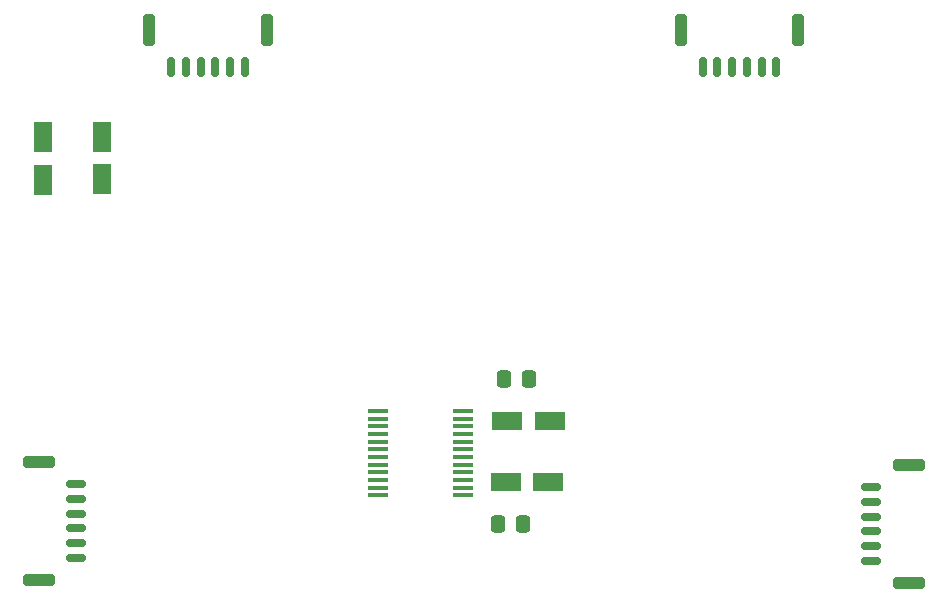
<source format=gbr>
%TF.GenerationSoftware,KiCad,Pcbnew,9.0.1*%
%TF.CreationDate,2025-05-09T11:09:33+02:00*%
%TF.ProjectId,FL-Zetor,464c2d5a-6574-46f7-922e-6b696361645f,rev?*%
%TF.SameCoordinates,Original*%
%TF.FileFunction,Paste,Top*%
%TF.FilePolarity,Positive*%
%FSLAX46Y46*%
G04 Gerber Fmt 4.6, Leading zero omitted, Abs format (unit mm)*
G04 Created by KiCad (PCBNEW 9.0.1) date 2025-05-09 11:09:33*
%MOMM*%
%LPD*%
G01*
G04 APERTURE LIST*
G04 Aperture macros list*
%AMRoundRect*
0 Rectangle with rounded corners*
0 $1 Rounding radius*
0 $2 $3 $4 $5 $6 $7 $8 $9 X,Y pos of 4 corners*
0 Add a 4 corners polygon primitive as box body*
4,1,4,$2,$3,$4,$5,$6,$7,$8,$9,$2,$3,0*
0 Add four circle primitives for the rounded corners*
1,1,$1+$1,$2,$3*
1,1,$1+$1,$4,$5*
1,1,$1+$1,$6,$7*
1,1,$1+$1,$8,$9*
0 Add four rect primitives between the rounded corners*
20,1,$1+$1,$2,$3,$4,$5,0*
20,1,$1+$1,$4,$5,$6,$7,0*
20,1,$1+$1,$6,$7,$8,$9,0*
20,1,$1+$1,$8,$9,$2,$3,0*%
G04 Aperture macros list end*
%ADD10RoundRect,0.250000X-0.337500X-0.475000X0.337500X-0.475000X0.337500X0.475000X-0.337500X0.475000X0*%
%ADD11RoundRect,0.250000X0.550000X-1.050000X0.550000X1.050000X-0.550000X1.050000X-0.550000X-1.050000X0*%
%ADD12RoundRect,0.250000X-1.050000X-0.550000X1.050000X-0.550000X1.050000X0.550000X-1.050000X0.550000X0*%
%ADD13RoundRect,0.150000X0.150000X0.700000X-0.150000X0.700000X-0.150000X-0.700000X0.150000X-0.700000X0*%
%ADD14RoundRect,0.250000X0.250000X1.100000X-0.250000X1.100000X-0.250000X-1.100000X0.250000X-1.100000X0*%
%ADD15RoundRect,0.150000X-0.700000X0.150000X-0.700000X-0.150000X0.700000X-0.150000X0.700000X0.150000X0*%
%ADD16RoundRect,0.250000X-1.100000X0.250000X-1.100000X-0.250000X1.100000X-0.250000X1.100000X0.250000X0*%
%ADD17RoundRect,0.150000X0.700000X-0.150000X0.700000X0.150000X-0.700000X0.150000X-0.700000X-0.150000X0*%
%ADD18RoundRect,0.250000X1.100000X-0.250000X1.100000X0.250000X-1.100000X0.250000X-1.100000X-0.250000X0*%
%ADD19R,1.750000X0.450000*%
G04 APERTURE END LIST*
D10*
%TO.C,C5*%
X151462500Y-112500000D03*
X153537500Y-112500000D03*
%TD*%
D11*
%TO.C,C1*%
X112884479Y-83395357D03*
X112884479Y-79795357D03*
%TD*%
D12*
%TO.C,C4*%
X152210000Y-103815000D03*
X155810000Y-103815000D03*
%TD*%
D13*
%TO.C,J3*%
X174995000Y-73875000D03*
X173745000Y-73875000D03*
X172495000Y-73875000D03*
X171245000Y-73875000D03*
X169995000Y-73875000D03*
X168745000Y-73875000D03*
D14*
X176845000Y-70675000D03*
X166895000Y-70675000D03*
%TD*%
D12*
%TO.C,C6*%
X152070000Y-109000000D03*
X155670000Y-109000000D03*
%TD*%
D10*
%TO.C,C3*%
X151962500Y-100250000D03*
X154037500Y-100250000D03*
%TD*%
D15*
%TO.C,J4*%
X115720000Y-109150000D03*
X115720000Y-110400000D03*
X115720000Y-111650000D03*
X115720000Y-112900000D03*
X115720000Y-114150000D03*
X115720000Y-115400000D03*
D16*
X112520000Y-107300000D03*
X112520000Y-117250000D03*
%TD*%
D11*
%TO.C,C2*%
X117884479Y-83345357D03*
X117884479Y-79745357D03*
%TD*%
D17*
%TO.C,J5*%
X183020000Y-115650000D03*
X183020000Y-114400000D03*
X183020000Y-113150000D03*
X183020000Y-111900000D03*
X183020000Y-110650000D03*
X183020000Y-109400000D03*
D18*
X186220000Y-117500000D03*
X186220000Y-107550000D03*
%TD*%
D19*
%TO.C,D1*%
X141270000Y-102950000D03*
X141270000Y-103600000D03*
X141270000Y-104250000D03*
X141270000Y-104900000D03*
X141270000Y-105550000D03*
X141270000Y-106200000D03*
X141270000Y-106850000D03*
X141270000Y-107500000D03*
X141270000Y-108150000D03*
X141270000Y-108800000D03*
X141270000Y-109450000D03*
X141270000Y-110100000D03*
X148470000Y-110100000D03*
X148470000Y-109450000D03*
X148470000Y-108800000D03*
X148470000Y-108150000D03*
X148470000Y-107500000D03*
X148470000Y-106850000D03*
X148470000Y-106200000D03*
X148470000Y-105550000D03*
X148470000Y-104900000D03*
X148470000Y-104250000D03*
X148470000Y-103600000D03*
X148470000Y-102950000D03*
%TD*%
D13*
%TO.C,J2*%
X129995000Y-73875000D03*
X128745000Y-73875000D03*
X127495000Y-73875000D03*
X126245000Y-73875000D03*
X124995000Y-73875000D03*
X123745000Y-73875000D03*
D14*
X131845000Y-70675000D03*
X121895000Y-70675000D03*
%TD*%
M02*

</source>
